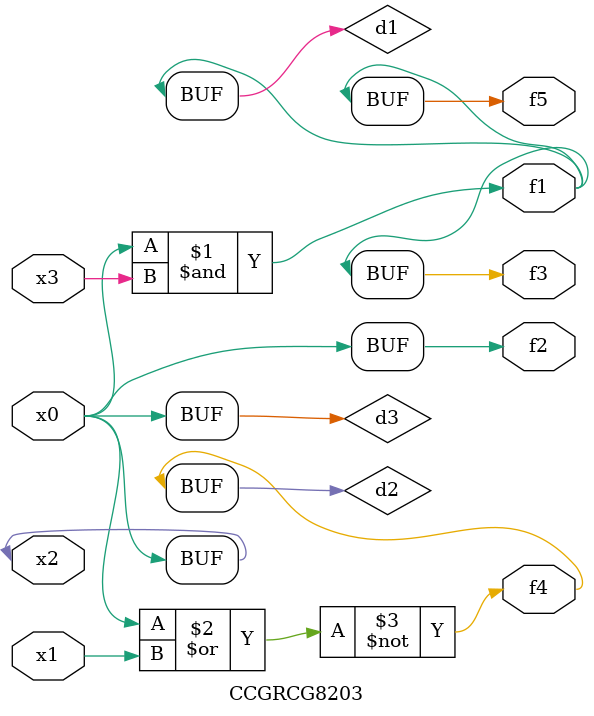
<source format=v>
module CCGRCG8203(
	input x0, x1, x2, x3,
	output f1, f2, f3, f4, f5
);

	wire d1, d2, d3;

	and (d1, x2, x3);
	nor (d2, x0, x1);
	buf (d3, x0, x2);
	assign f1 = d1;
	assign f2 = d3;
	assign f3 = d1;
	assign f4 = d2;
	assign f5 = d1;
endmodule

</source>
